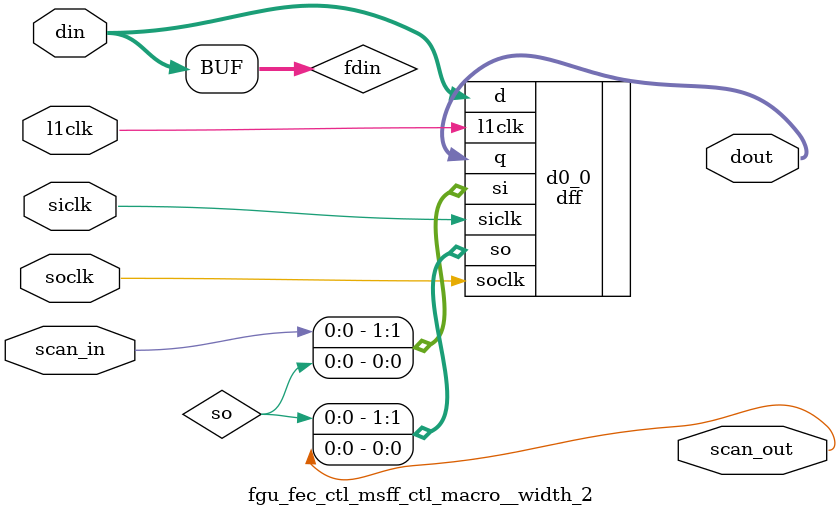
<source format=v>
module fgu_fec_ctl (
  l2clk, 
  scan_in, 
  tcu_pce_ov, 
  spc_aclk, 
  spc_bclk, 
  tcu_scan_en, 
  tcu_se_scancollar_out, 
  mbi_frf_read_en, 
  mbi_wdata, 
  mbi_run, 
  fad_mbist_cmp64_fx1, 
  lsu_asi_error_inject, 
  scan_out, 
  fad_nombi_w2_result_fw, 
  fec_w1_ecc_inject_fb, 
  fec_w2_synd_fw, 
  fec_r1_ecc_fx1, 
  fec_mbist_wdata_1f, 
  fec_mbist_wdata_3f, 
  main_clken, 
  coreon_clken, 
  fac_frf_r1_addr_e, 
  fac_dec_valid_fx1, 
  fac_fgx_pdist_fx1, 
  fac_ecc_trap_en_fx1, 
  fac_r1_vld_fx1, 
  fac_r2_vld_fx1, 
  fad_r1_byp_hit_fx1, 
  fad_r2_byp_hit_fx1, 
  fpc_frf_store_vld_fx1, 
  dec_frf_r2_addr_d, 
  dec_frf_r1_32b_d, 
  dec_frf_r2_32b_d, 
  dec_frf_r1_odd32b_d, 
  dec_frf_r2_odd32b_d, 
  dec_flush_f1, 
  dec_flush_f2, 
  tlu_flush_fgu_b, 
  fad_rs1_fx1, 
  fad_rs2_fx1, 
  fad_i_parity_2e_fx1, 
  fad_i_parity_2o_fx1, 
  fad_i_parity_1e_fx1, 
  fad_i_parity_1o_fx1, 
  frf_r1_ecc_e, 
  frf_r2_ecc_e, 
  fgu_pdist_beat2_fx1, 
  fgu_ecc_addr_fx2, 
  fgu_ecc_check_fx2, 
  fgu_cecc_fx2, 
  fec_cecc_fx2, 
  fgu_uecc_fx2, 
  fec_uecc_fx2, 
  fgu_fst_ecc_error_fx2, 
  fgu_mbi_frf_fail);
wire pce_ov;
wire stop;
wire siclk;
wire soclk;
wire se;
wire l1clk_pm2;
wire l1clk_pm1;
wire l1clk_sc;
wire spares_scanin;
wire spares_scanout;
wire rs1e_ecc_valid_fx1;
wire rs1o_ecc_valid_fx1;
wire rs2e_ecc_valid_fx1;
wire rs2o_ecc_valid_fx1;
wire frf_rs1_check_flops_e_fx1_scanin;
wire frf_rs1_check_flops_e_fx1_scanout;
wire [13:0] r1_ecc_check_fx1;
wire [13:0] r2_ecc_check_fx1;
wire [13:0] r1_ecc_check_fx2;
wire [13:0] r2_ecc_check_fx2;
wire frf_rs1_ecc_flops_e_fx1_scanin;
wire frf_rs1_ecc_flops_e_fx1_scanout;
wire pre_frf_fail;
wire mbist_frf_read_en_3f;
wire frf_rs2_ecc_flops_e_fx1_scanin;
wire frf_rs2_ecc_flops_e_fx1_scanout;
wire [13:0] r2_ecc_fx1;
wire [31:0] d1e;
wire [6:0] p1e;
wire [31:0] d1o;
wire [6:0] p1o;
wire [31:0] d2e;
wire [6:0] p2e;
wire [31:0] d2o;
wire [6:0] p2o;
wire rs1_ue_or_ce_fx1;
wire rs1e_ne;
wire rs1o_ne;
wire detect_ue_fx1;
wire rs1e_ue;
wire rs1o_ue;
wire rs2e_ue;
wire rs2o_ue;
wire detect_ce_fx1;
wire rs1e_ce;
wire rs1o_ce;
wire rs2e_ce;
wire rs2o_ce;
wire fst_ecc_error_fx1;
wire addr_flops_scanin;
wire addr_flops_scanout;
wire [4:0] r2_addr_e;
wire r1_32b_e;
wire r2_32b_e;
wire r1_odd32b_e;
wire r2_odd32b_e;
wire detect_ce_fx2;
wire detect_ue_fx2;
wire mbist_frf_read_en_1f;
wire mbist_frf_read_en_2f;
wire [7:0] mbist_wdata_2f;
wire [5:0] r1_expanded_addr_fx1;
wire [5:0] r2_expanded_addr_fx1;
wire [4:0] r1_addr_fx1;
wire [4:0] r2_addr_fx1;
wire r1_32b_fx1;
wire r2_32b_fx1;
wire r1_odd32b_fx1;
wire r2_odd32b_fx1;
wire fgx_pdist_fx2;
wire dec_valid_fx2;
wire dec_flush_fx2;
wire dec_flush_fx3;
wire frf_store_vld_fx2;
wire ecc_mask_global_en;
wire ecc_mask_frf_en;
wire [6:0] ecc_mask_data;
wire ecc_trap_en_fx2;
wire detect_ce_fx3;
wire detect_ue_fx3;
wire tlu_flush_fgu_fx3;
wire i_pdist_beat2_fx2;
wire mbist_run_1f;
wire rs1_ue_or_ce_fx2;
wire [5:0] r1_expanded_addr_fx2;
wire [5:0] r2_expanded_addr_fx2;
wire addr_flops2_scanin;
wire addr_flops2_scanout;
wire parity_1e;
wire [5:0] q1e;
wire parity_1o;
wire [5:0] q1o;
wire parity_2e;
wire [5:0] q2e;
wire parity_2o;
wire [5:0] q2o;
wire ce_ue_fec_flops_fx1_fx2_scanin;
wire ce_ue_fec_flops_fx1_fx2_scanout;
wire pdist_beat2_fx2;
wire frf_rd_vld_fx2;
wire [31:0] w2e;
wire [6:0] s2e;
wire [31:0] w2o;
wire [6:0] s2o;


// *** Global Inputs ***

input		l2clk;
input  		scan_in;
input  		tcu_pce_ov;		// scan signals
input  		spc_aclk;
input  		spc_bclk;
input           tcu_scan_en;
input           tcu_se_scancollar_out;
input           mbi_frf_read_en;        // MBIST
input    [7:0]  mbi_wdata;              // MBIST
input           mbi_run;                // MBIST
input           fad_mbist_cmp64_fx1;    // MBIST
input   [31:0]  lsu_asi_error_inject;   // [31]=global inject en, [24]=FRF inject en, [7:0]=mask

output 		scan_out;

// *** Generate ECC Local Inputs *** 

input 	[63:0]	fad_nombi_w2_result_fw;	// FRF w2 write data w/out mbist data muxed in

// *** Generate ECC Local Outputs *** 

output   [6:0]  fec_w1_ecc_inject_fb;   // ECC error injection
output	[13:0]	fec_w2_synd_fw;		// Generated ECC to FRF W2 port
output  [13:0]  fec_r1_ecc_fx1;         // ASI FRF ECC read data

output   [7:0]  fec_mbist_wdata_1f;     // MBIST
output   [7:0]  fec_mbist_wdata_3f;     // MBIST

// *** Check ECC Inputs *** 

input           main_clken;             // main clken
input           coreon_clken;           // controls all "free running" flops
input    [4:0]  fac_frf_r1_addr_e;
input           fac_dec_valid_fx1;
input           fac_fgx_pdist_fx1;      // PDIST
input           fac_ecc_trap_en_fx1;
input   [1:0] 	fac_r1_vld_fx1;         // FRF r1 read valid (unqualified)
input   [1:0] 	fac_r2_vld_fx1;         // FRF r2 read valid (unqualified)
input         	fad_r1_byp_hit_fx1;     // r1 is bypass data
input         	fad_r2_byp_hit_fx1;     // r2 is bypass data
input           fpc_frf_store_vld_fx1;

input   [4:0]   dec_frf_r2_addr_d;
input           dec_frf_r1_32b_d;       // FRF r1 is 32-bit source
input           dec_frf_r2_32b_d;       // FRF r2 is 32-bit source
input           dec_frf_r1_odd32b_d;    // FRF r1 is odd 32-bit source (32 LSBs)
input           dec_frf_r2_odd32b_d;    // FRF r2 is odd 32-bit source (32 LSBs) (incl. STF,STDF)
input           dec_flush_f1;           // flush fx2 (xmit in fx1/m)
input           dec_flush_f2;           // flush fx3 (xmit in fx2/b)
input           tlu_flush_fgu_b;        // flush fx3, non-load (xmit in fx2/b)

input  [63:0]	fad_rs1_fx1;		// Source register data bit
input  [63:0]	fad_rs2_fx1;		// - available at output of flop
input           fad_i_parity_2e_fx1;    // partial ECC check (parity portion), rs2 even
input           fad_i_parity_2o_fx1;    // partial ECC check (parity portion), rs2 odd
input           fad_i_parity_1e_fx1;    // partial ECC check (parity portion), rs1 even
input           fad_i_parity_1o_fx1;    // partial ECC check (parity portion), rs1 odd

input  [13:0]	frf_r1_ecc_e;		// Source register ECC bit 
input  [13:0]	frf_r2_ecc_e;		// - NOTE: E stage signal
					// - need to be flopped to Fx1
// *** Global Outputs ***

output          fgu_pdist_beat2_fx1;
output  [5:0]	fgu_ecc_addr_fx2;      	// FRF cecc/uecc address (6-bit reg number format)
output [13:0]   fgu_ecc_check_fx2;      // FRF ECC check bits {even[6:0],odd[6:0]}
output 		fgu_cecc_fx2;		// Flag: detected correctable ECC error
output 		fec_cecc_fx2;		// Flag: detected correctable ECC error
output 		fgu_uecc_fx2;		// Flag: detected uncorrectable ECC error
output 		fec_uecc_fx2;		// Flag: detected uncorrectable ECC error
output          fgu_fst_ecc_error_fx2;  // store float FRF ECC correctable/uncorrectable error

output          fgu_mbi_frf_fail;       // MBIST

// scan renames
assign pce_ov = tcu_pce_ov;
assign stop   = 1'b0;
assign siclk  = spc_aclk;
assign soclk  = spc_bclk;
assign se     = tcu_scan_en;
// end scan


fgu_fec_ctl_l1clkhdr_ctl_macro clkgen_coreon (
  .l2clk(l2clk),
  .l1en (coreon_clken),
  .l1clk(l1clk_pm2),
  .pce_ov(pce_ov),
  .stop(stop),
  .se(se)
  );

fgu_fec_ctl_l1clkhdr_ctl_macro clkgen_main (
  .l2clk(l2clk),
  .l1en (main_clken),
  .l1clk(l1clk_pm1),
  .pce_ov(pce_ov),
  .stop(stop),
  .se(se)
  );

fgu_fec_ctl_l1clkhdr_ctl_macro clkgen_main_sco (
  .l2clk(l2clk),
  .l1en (main_clken),
  .se	(tcu_se_scancollar_out),
  .l1clk(l1clk_sc),
  .pce_ov(pce_ov),
  .stop(stop)
  );

fgu_fec_ctl_spare_ctl_macro__num_2 spares  (  // spares: 13 gates + 1 flop for each "num"
  .scan_in(spares_scanin),
  .scan_out(spares_scanout),
  .l1clk(l1clk_pm2),
  .siclk(siclk),
  .soclk(soclk)
  );


/////////////////////////////////////////////////////////////////////////////
// ECC Error Dectection Logic
//-----------------------------
// - Regenerate ECC [5:0] and compare against retrived ECC
// - Check ECC [6] with parity
// - Outputs the result of the detection:
//   - ne: no error - either no valid data to check, 
//                    or ECC [6:0] all matched 
//   - ce: correctable error
//                  - parity is 1, so an odd number of bits flipped,
//                    and ECC data is valid and regenerated ECC did not match
//   - ue: uncorrectable error
//                  - parity is 0, so an even number of bits flipped,
//                    and ECC data is valid and regenerated ECC did not match
//                  - implies more than one bit was corrupted
//
//       1   2   3   4   5   6   7   8   9  10  11  12  13  14  15  16  17  18  19
//      P0  P1  d0  P2  d1  d2  d3  P3  d4  d5  d6  d7  d8  d9 d10  P4 d11 d12 d13 
// p0 =  o   	 x       x       x       x       x       x       x       x       x
// p1 =      o   x           x   x           x   x           x   x           x   x
// p2 =     	     o   x   x   x      	     x   x   x   x     	          
// p3 =     	          	     o   x   x   x   x   x   x   x      	  
// p4 =     	          	          			     o   x   x   x
// p5 =     	          	          			         	  
// p6 =          x       x   x           x   x       x           x       x   x    
// --------------------------------------------------------------------------------
// Total 1   1   3   1   3   3   3   1   3   3   3   3   3   3   5   1   3   3   3
//   
//      20  21  22  23  24  25  26  27  28  29  30  31  32  33  34  35  36  37  38
//     d14 d15 d16 d17 d18 d19 d20 d21 d22 d23 d24 d25  P5 d26 d27 d28 d29 d30 d31 
// p0=       x       x       x       x       x       x       x       x       x    
// p1=           x   x           x   x           x   x           x   x           x
// p2=   x   x   x   x                   x   x   x   x                   x   x   x
// p3=                   x   x   x   x   x   x   x   x
// p4=   x   x   x   x   x   x   x   x   x   x   x   x
// p5=                                                   o   x   x   x   x   x   x
// p6=   x           x   x           x       x   x           x   x       x   
// --------------------------------------------------------------------------------
// Total 3   3   3   5   3   3   3   5   3   5   5   5   1   3   3   3   3   3   3
//
/////////////////////////////////////////////////////////////////////////////

// Calculating valid ECCs to check
// - (reading out of frf rs1 even word) & (rs1 is not bypass data)
// - (reading out of frf rs1 odd  word) & (rs1 is not bypass data)
// - (reading out of frf rs2 even word) & (rs2 is not bypass data)
// - (reading out of frf rs2 odd  word) & (rs2 is not bypass data)
// ---------------------------------------------------
assign rs1e_ecc_valid_fx1 = fac_r1_vld_fx1[1] & ~fad_r1_byp_hit_fx1;
assign rs1o_ecc_valid_fx1 = fac_r1_vld_fx1[0] & ~fad_r1_byp_hit_fx1;
assign rs2e_ecc_valid_fx1 = fac_r2_vld_fx1[1] & ~fad_r2_byp_hit_fx1;
assign rs2o_ecc_valid_fx1 = fac_r2_vld_fx1[0] & ~fad_r2_byp_hit_fx1;

fgu_fec_ctl_msff_ctl_macro__width_28  frf_rs1_check_flops_e_fx1  (
 .scan_in(frf_rs1_check_flops_e_fx1_scanin),
 .scan_out(frf_rs1_check_flops_e_fx1_scanout),
 .l1clk(l1clk_pm1),
 .din  ({r1_ecc_check_fx1[13:0], r2_ecc_check_fx1[13:0]}),
 .dout ({r1_ecc_check_fx2[13:0], r2_ecc_check_fx2[13:0]}),
  .siclk(siclk),
  .soclk(soclk));


fgu_fec_ctl_msff_ctl_macro__width_14  frf_rs1_ecc_flops_e_fx1  (
 .scan_in(frf_rs1_ecc_flops_e_fx1_scanin),
 .scan_out(frf_rs1_ecc_flops_e_fx1_scanout),
 .l1clk(l1clk_sc),
 .din  (frf_r1_ecc_e  [13:0]),
 .dout (fec_r1_ecc_fx1[13:0]),
  .siclk(siclk),
  .soclk(soclk));

assign pre_frf_fail =
  mbist_frf_read_en_3f &
  (~fad_mbist_cmp64_fx1 |
   ({fec_mbist_wdata_3f[6:0], fec_mbist_wdata_3f[6:0]} != fec_r1_ecc_fx1[13:0]));

fgu_fec_ctl_msff_ctl_macro__width_14  frf_rs2_ecc_flops_e_fx1  (
 .scan_in(frf_rs2_ecc_flops_e_fx1_scanin),
 .scan_out(frf_rs2_ecc_flops_e_fx1_scanout),
 .l1clk(l1clk_sc),
 .din  (frf_r2_ecc_e  [13:0] ),
 .dout (    r2_ecc_fx1[13:0] ),
  .siclk(siclk),
  .soclk(soclk));


// Rename nets for shorter expressions
// -----------------------------------------
assign d1e[31:0] = fad_rs1_fx1[63:32];
assign p1e[ 6:0] = fec_r1_ecc_fx1[13:7];

assign d1o[31:0] = fad_rs1_fx1[31:0];
assign p1o[ 6:0] = fec_r1_ecc_fx1[ 6:0];

assign d2e[31:0] = fad_rs2_fx1[63:32];
assign p2e[ 6:0] = r2_ecc_fx1[13:7];

assign d2o[31:0] = fad_rs2_fx1[31:0];
assign p2o[ 6:0] = r2_ecc_fx1[ 6:0];


// Overall error detected flags
// -----------------------------------------

// Priority: (1) rs1_ue (2) rs1_ce (3) rs2_ue (4) rs2_ce (5) rs3_ue (6) rs3_ce

assign rs1_ue_or_ce_fx1 = ~(rs1e_ne & rs1o_ne);

assign detect_ue_fx1 =
  (                    (rs1e_ue | rs1o_ue)) |
  (~rs1_ue_or_ce_fx1 & (rs2e_ue | rs2o_ue)) ;

assign detect_ce_fx1 =
  (                    (rs1e_ce | rs1o_ce) & ~detect_ue_fx1) |
  (~rs1_ue_or_ce_fx1 & (rs2e_ce | rs2o_ce) & ~detect_ue_fx1) ;

// Note: lsu doesn't care about qual w/ flush, store data is rs2 only, lsu doesn't care whether error is cecc or uecc
assign fst_ecc_error_fx1 =
  fac_ecc_trap_en_fx1   &
  fpc_frf_store_vld_fx1 &
  (rs2e_ue | rs2o_ue | rs2e_ce | rs2o_ce);

fgu_fec_ctl_msff_ctl_macro__width_76  addr_flops  (
 .scan_in(addr_flops_scanin),
 .scan_out(addr_flops_scanout),
 .l1clk(l1clk_pm1),
 .din  ({fac_frf_r1_addr_e[4:0],
                 r2_addr_e[4:0],
                 r1_32b_e,
                 r2_32b_e,
                 r1_odd32b_e,
                 r2_odd32b_e,
         fac_fgx_pdist_fx1,
         fac_dec_valid_fx1,
         dec_flush_f1,
	 dec_flush_f2,
         fpc_frf_store_vld_fx1,
         lsu_asi_error_inject[31],
         lsu_asi_error_inject[24],
         lsu_asi_error_inject[6:0],
         fac_ecc_trap_en_fx1,
         detect_ce_fx2,
         detect_ue_fx2,
         tlu_flush_fgu_b,
         fgu_pdist_beat2_fx1,
         mbi_frf_read_en,
         mbi_wdata[7:0],
         mbi_run,
         mbist_frf_read_en_1f,
         mbist_frf_read_en_2f,
         fec_mbist_wdata_1f[7:0],
             mbist_wdata_2f[7:0],
         pre_frf_fail,
             fst_ecc_error_fx1,
         rs1_ue_or_ce_fx1,
         r1_expanded_addr_fx1[5:0],
         r2_expanded_addr_fx1[5:0]}),
 .dout ({        r1_addr_fx1[4:0],
                 r2_addr_fx1[4:0],
                 r1_32b_fx1,
                 r2_32b_fx1,
                 r1_odd32b_fx1,
                 r2_odd32b_fx1,
             fgx_pdist_fx2,
         dec_valid_fx2,
         dec_flush_fx2,
	 dec_flush_fx3,
             frf_store_vld_fx2,
             ecc_mask_global_en,
             ecc_mask_frf_en,
             ecc_mask_data[6:0],
             ecc_trap_en_fx2,
         detect_ce_fx3,
         detect_ue_fx3,
         tlu_flush_fgu_fx3,
         i_pdist_beat2_fx2,
         mbist_frf_read_en_1f,
         fec_mbist_wdata_1f[7:0],
         mbist_run_1f,
         mbist_frf_read_en_2f,
         mbist_frf_read_en_3f,
             mbist_wdata_2f[7:0],
         fec_mbist_wdata_3f[7:0],
         fgu_mbi_frf_fail,
         fgu_fst_ecc_error_fx2,
         rs1_ue_or_ce_fx2,
         r1_expanded_addr_fx2[5:0],
         r2_expanded_addr_fx2[5:0]}),
  .siclk(siclk),
  .soclk(soclk));

fgu_fec_ctl_msff_ctl_macro__width_9  addr_flops2  (
 .scan_in(addr_flops2_scanin),
 .scan_out(addr_flops2_scanout),
 .l1clk(l1clk_pm2),
 .din  ({dec_frf_r2_addr_d[4:0],  // requires free running clk or dec_fgu_decode_d en
         dec_frf_r1_32b_d,        // requires free running clk or dec_fgu_decode_d en
         dec_frf_r2_32b_d,        // requires free running clk or dec_fgu_decode_d en
         dec_frf_r1_odd32b_d,     // requires free running clk or dec_fgu_decode_d en
         dec_frf_r2_odd32b_d}),   // requires free running clk or dec_fgu_decode_d en
 .dout ({        r2_addr_e[4:0],
                 r1_32b_e,
                 r2_32b_e,
                 r1_odd32b_e,
                 r2_odd32b_e}),
  .siclk(siclk),
  .soclk(soclk));

assign r1_expanded_addr_fx1[5:0] =  // expand addr to 6-bit reg number
  ({6{ r1_32b_fx1}} & {1'b0, r1_addr_fx1[3:0], r1_odd32b_fx1}) |
  ({6{~r1_32b_fx1}} & {      r1_addr_fx1[4:0], 1'b0         }) ;

assign r2_expanded_addr_fx1[5:0] =  // expand addr to 6-bit reg number
  ({6{ r2_32b_fx1}} & {1'b0, r2_addr_fx1[3:0], r2_odd32b_fx1}) |
  ({6{~r2_32b_fx1}} & {      r2_addr_fx1[4:0], 1'b0         }) ;

assign r1_ecc_check_fx1[13:0] = {parity_1e, q1e[5:0], parity_1o, q1o[5:0]};
assign r2_ecc_check_fx1[13:0] = {parity_2e, q2e[5:0], parity_2o, q2o[5:0]};

assign fgu_pdist_beat2_fx1 =
  dec_valid_fx2 &
  fgx_pdist_fx2 &
  ~dec_flush_fx2;

fgu_fec_ctl_msff_ctl_macro__width_2  ce_ue_fec_flops_fx1_fx2  (
 .scan_in(ce_ue_fec_flops_fx1_fx2_scanin),
 .scan_out(ce_ue_fec_flops_fx1_fx2_scanout),
 .l1clk(l1clk_pm1),
 .din  ({detect_ce_fx1, detect_ue_fx1}),
 .dout ({detect_ce_fx2, detect_ue_fx2}),
  .siclk(siclk),
  .soclk(soclk));

assign pdist_beat2_fx2 = i_pdist_beat2_fx2 & ~tlu_flush_fgu_fx3 & ~dec_flush_fx3;

assign frf_rd_vld_fx2 = (dec_valid_fx2 | frf_store_vld_fx2) & ~dec_flush_fx2;  // this eq. prevents FRF_ECC ASI diagnositc read from asserting fgu_{u,c}ecc_fx2

// For single source (or no source) fgu ops that read frf
// ensure that unneeded frf read port isn't enabled by DEC
// Note:
// dec_frf_store_d, dec_fsr_store_d   have rs2 only
// 0in custom -fire (fpc_frf_store_vld_fx1 & (|fac_r1_vld_fx1[1:0])) -message "Invalid FRF rs1 read enable during store"

assign fgu_cecc_fx2 =
  ecc_trap_en_fx2 &
  ((~pdist_beat2_fx2 & detect_ce_fx2 &  frf_rd_vld_fx2                 ) |
   ( pdist_beat2_fx2 & detect_ce_fx2 & ~(detect_ce_fx3 | detect_ue_fx3))  );  // pdist 2nd beat

assign fec_cecc_fx2 = fgu_cecc_fx2;  // for timing, isolate internal fgu sinks from external sinks

assign fgu_uecc_fx2 =
  ecc_trap_en_fx2 &
  ((~pdist_beat2_fx2 & detect_ue_fx2 &  frf_rd_vld_fx2                 ) |
   ( pdist_beat2_fx2 & detect_ue_fx2 & ~(detect_ce_fx3 | detect_ue_fx3))  );  // pdist 2nd beat

assign fec_uecc_fx2 = fgu_uecc_fx2;  // for timing, isolate internal fgu sinks from external sinks

assign fgu_ecc_addr_fx2[5:0] =
  ({6{ rs1_ue_or_ce_fx2}} & r1_expanded_addr_fx2[5:0]) |
  ({6{~rs1_ue_or_ce_fx2}} & r2_expanded_addr_fx2[5:0]) ;

assign fgu_ecc_check_fx2[13:0] =
  ({14{ rs1_ue_or_ce_fx2}} & r1_ecc_check_fx2[13:0]) |
  ({14{~rs1_ue_or_ce_fx2}} & r2_ecc_check_fx2[13:0]) ;

// 0in one_hot -var {rs1e_ne,rs1e_ce,rs1e_ue}
// 0in one_hot -var {rs1o_ne,rs1o_ce,rs1o_ue}
// 0in bits_on -max 1 -var {rs2e_ce,rs2e_ue}
// 0in bits_on -max 1 -var {rs2o_ce,rs2o_ue}

// Detection for RS1 even part [63:32]
// -----------------------------------

assign rs1e_ne = ~rs1e_ecc_valid_fx1 |
                     ~(parity_1e | q1e[5] | q1e[4] | q1e[3] | q1e[2] | q1e[1] | q1e[0]);

assign rs1e_ce = rs1e_ecc_valid_fx1 & parity_1e;

assign rs1e_ue = rs1e_ecc_valid_fx1 & ~parity_1e & 
	   	      (q1e[5] | q1e[4] | q1e[3] | q1e[2] | q1e[1] | q1e[0]);

assign q1e[0] = d1e[0]  ^ d1e[1]  ^ d1e[3]  ^ d1e[4]  ^ d1e[6]  
                        ^ d1e[8]  ^ d1e[10] ^ d1e[11] ^ d1e[13] ^ d1e[15]
                        ^ d1e[17] ^ d1e[19] ^ d1e[21] ^ d1e[23] ^ d1e[25] 
                        ^ d1e[26] ^ d1e[28] ^ d1e[30] ^ p1e[0];

assign q1e[1] = d1e[0]  ^ d1e[2]  ^ d1e[3]  ^ d1e[5]  ^ d1e[6] 
                        ^ d1e[9]  ^ d1e[10] ^ d1e[12] ^ d1e[13] ^ d1e[16]
                        ^ d1e[17] ^ d1e[20] ^ d1e[21] ^ d1e[24] ^ d1e[25]
                        ^ d1e[27] ^ d1e[28] ^ d1e[31] ^ p1e[1];

assign q1e[2] = d1e[1]  ^ d1e[2]  ^ d1e[3]  ^ d1e[7]  ^ d1e[8] 
                        ^ d1e[9]  ^ d1e[10] ^ d1e[14] ^ d1e[15] ^ d1e[16]
                        ^ d1e[17] ^ d1e[22] ^ d1e[23] ^ d1e[24] ^ d1e[25]
                        ^ d1e[29] ^ d1e[30] ^ d1e[31] ^ p1e[2];

assign q1e[3] = d1e[4]  ^ d1e[5]  ^ d1e[6]  ^ d1e[7]  ^ d1e[8]  
                        ^ d1e[9]  ^ d1e[10] ^ d1e[18] ^ d1e[19] ^ d1e[20]
                        ^ d1e[21] ^ d1e[22] ^ d1e[23] ^ d1e[24] ^ d1e[25]
                        ^ p1e[3];

assign q1e[4] = d1e[11] ^ d1e[12] ^ d1e[13] ^ d1e[14] ^ d1e[15] 
                        ^ d1e[16] ^ d1e[17] ^ d1e[18] ^ d1e[19] ^ d1e[20]
                        ^ d1e[21] ^ d1e[22] ^ d1e[23] ^ d1e[24] ^ d1e[25]
                        ^ p1e[4];

assign q1e[5] = d1e[26] ^ d1e[27] ^ d1e[28] ^ d1e[29] ^ d1e[30] ^ d1e[31]
                        ^ p1e[5];

assign parity_1e = fad_i_parity_1e_fx1 ^ p1e[0] ^ p1e[1] ^ p1e[2] ^ p1e[3] ^ p1e[4] ^ p1e[5] ^ p1e[6];


// Detection for RS1 odd part [31:00]
// -----------------------------------

assign rs1o_ne = ~rs1o_ecc_valid_fx1 |
                     ~(parity_1o | q1o[5] | q1o[4] | q1o[3] | q1o[2] | q1o[1] | q1o[0]);

assign rs1o_ce = rs1o_ecc_valid_fx1 & parity_1o;

assign rs1o_ue = rs1o_ecc_valid_fx1 & ~parity_1o & 
		      (q1o[5] | q1o[4] | q1o[3] | q1o[2] | q1o[1] | q1o[0]);

assign q1o[0] = d1o[0]  ^ d1o[1]  ^ d1o[3]  ^ d1o[4]  ^ d1o[6]  
                        ^ d1o[8]  ^ d1o[10] ^ d1o[11] ^ d1o[13] ^ d1o[15]
                        ^ d1o[17] ^ d1o[19] ^ d1o[21] ^ d1o[23] ^ d1o[25] 
                        ^ d1o[26] ^ d1o[28] ^ d1o[30] ^ p1o[0];

assign q1o[1] = d1o[0]  ^ d1o[2]  ^ d1o[3]  ^ d1o[5]  ^ d1o[6] 
                        ^ d1o[9]  ^ d1o[10] ^ d1o[12] ^ d1o[13] ^ d1o[16]
                        ^ d1o[17] ^ d1o[20] ^ d1o[21] ^ d1o[24] ^ d1o[25]
                        ^ d1o[27] ^ d1o[28] ^ d1o[31] ^ p1o[1];

assign q1o[2] = d1o[1]  ^ d1o[2]  ^ d1o[3]  ^ d1o[7]  ^ d1o[8] 
                        ^ d1o[9]  ^ d1o[10] ^ d1o[14] ^ d1o[15] ^ d1o[16]
                        ^ d1o[17] ^ d1o[22] ^ d1o[23] ^ d1o[24] ^ d1o[25]
                        ^ d1o[29] ^ d1o[30] ^ d1o[31] ^ p1o[2];

assign q1o[3] = d1o[4]  ^ d1o[5]  ^ d1o[6]  ^ d1o[7]  ^ d1o[8]  
                        ^ d1o[9]  ^ d1o[10] ^ d1o[18] ^ d1o[19] ^ d1o[20]
                        ^ d1o[21] ^ d1o[22] ^ d1o[23] ^ d1o[24] ^ d1o[25]
                        ^ p1o[3];

assign q1o[4] = d1o[11] ^ d1o[12] ^ d1o[13] ^ d1o[14] ^ d1o[15] 
                        ^ d1o[16] ^ d1o[17] ^ d1o[18] ^ d1o[19] ^ d1o[20]
                        ^ d1o[21] ^ d1o[22] ^ d1o[23] ^ d1o[24] ^ d1o[25]
                        ^ p1o[4];

assign q1o[5] = d1o[26] ^ d1o[27] ^ d1o[28] ^ d1o[29] ^ d1o[30] ^ d1o[31]
                        ^ p1o[5];

assign parity_1o = fad_i_parity_1o_fx1 ^ p1o[0] ^ p1o[1] ^ p1o[2] ^ p1o[3] ^ p1o[4] ^ p1o[5] ^ p1o[6];


// Detection for RS2 even part [63:32]
// -----------------------------------

assign rs2e_ce = rs2e_ecc_valid_fx1 & parity_2e;

assign rs2e_ue = rs2e_ecc_valid_fx1 & ~parity_2e & 
	   	      (q2e[5] | q2e[4] | q2e[3] | q2e[2] | q2e[1] | q2e[0]);

assign q2e[0] = d2e[0]  ^ d2e[1]  ^ d2e[3]  ^ d2e[4]  ^ d2e[6]  
                        ^ d2e[8]  ^ d2e[10] ^ d2e[11] ^ d2e[13] ^ d2e[15]
                        ^ d2e[17] ^ d2e[19] ^ d2e[21] ^ d2e[23] ^ d2e[25] 
                        ^ d2e[26] ^ d2e[28] ^ d2e[30] ^ p2e[0];

assign q2e[1] = d2e[0]  ^ d2e[2]  ^ d2e[3]  ^ d2e[5]  ^ d2e[6] 
                        ^ d2e[9]  ^ d2e[10] ^ d2e[12] ^ d2e[13] ^ d2e[16]
                        ^ d2e[17] ^ d2e[20] ^ d2e[21] ^ d2e[24] ^ d2e[25]
                        ^ d2e[27] ^ d2e[28] ^ d2e[31] ^ p2e[1];

assign q2e[2] = d2e[1]  ^ d2e[2]  ^ d2e[3]  ^ d2e[7]  ^ d2e[8] 
                        ^ d2e[9]  ^ d2e[10] ^ d2e[14] ^ d2e[15] ^ d2e[16]
                        ^ d2e[17] ^ d2e[22] ^ d2e[23] ^ d2e[24] ^ d2e[25]
                        ^ d2e[29] ^ d2e[30] ^ d2e[31] ^ p2e[2];

assign q2e[3] = d2e[4]  ^ d2e[5]  ^ d2e[6]  ^ d2e[7]  ^ d2e[8]  
                        ^ d2e[9]  ^ d2e[10] ^ d2e[18] ^ d2e[19] ^ d2e[20]
                        ^ d2e[21] ^ d2e[22] ^ d2e[23] ^ d2e[24] ^ d2e[25]
                        ^ p2e[3];

assign q2e[4] = d2e[11] ^ d2e[12] ^ d2e[13] ^ d2e[14] ^ d2e[15] 
                        ^ d2e[16] ^ d2e[17] ^ d2e[18] ^ d2e[19] ^ d2e[20]
                        ^ d2e[21] ^ d2e[22] ^ d2e[23] ^ d2e[24] ^ d2e[25]
                        ^ p2e[4];

assign q2e[5] = d2e[26] ^ d2e[27] ^ d2e[28] ^ d2e[29] ^ d2e[30] ^ d2e[31]
                        ^ p2e[5];

assign parity_2e = fad_i_parity_2e_fx1 ^ p2e[0] ^ p2e[1] ^ p2e[2] ^ p2e[3] ^ p2e[4] ^ p2e[5] ^ p2e[6];


// Detection for RS2 odd part [31:00]
// -----------------------------------

assign rs2o_ce = rs2o_ecc_valid_fx1 & parity_2o;

assign rs2o_ue = rs2o_ecc_valid_fx1 & ~parity_2o & 
		      (q2o[5] | q2o[4] | q2o[3] | q2o[2] | q2o[1] | q2o[0]);

assign q2o[0] = d2o[0]  ^ d2o[1]  ^ d2o[3]  ^ d2o[4]  ^ d2o[6]  
                        ^ d2o[8]  ^ d2o[10] ^ d2o[11] ^ d2o[13] ^ d2o[15]
                        ^ d2o[17] ^ d2o[19] ^ d2o[21] ^ d2o[23] ^ d2o[25] 
                        ^ d2o[26] ^ d2o[28] ^ d2o[30] ^ p2o[0];

assign q2o[1] = d2o[0]  ^ d2o[2]  ^ d2o[3]  ^ d2o[5]  ^ d2o[6] 
                        ^ d2o[9]  ^ d2o[10] ^ d2o[12] ^ d2o[13] ^ d2o[16]
                        ^ d2o[17] ^ d2o[20] ^ d2o[21] ^ d2o[24] ^ d2o[25]
                        ^ d2o[27] ^ d2o[28] ^ d2o[31] ^ p2o[1];

assign q2o[2] = d2o[1]  ^ d2o[2]  ^ d2o[3]  ^ d2o[7]  ^ d2o[8] 
                        ^ d2o[9]  ^ d2o[10] ^ d2o[14] ^ d2o[15] ^ d2o[16]
                        ^ d2o[17] ^ d2o[22] ^ d2o[23] ^ d2o[24] ^ d2o[25]
                        ^ d2o[29] ^ d2o[30] ^ d2o[31] ^ p2o[2];

assign q2o[3] = d2o[4]  ^ d2o[5]  ^ d2o[6]  ^ d2o[7]  ^ d2o[8]  
                        ^ d2o[9]  ^ d2o[10] ^ d2o[18] ^ d2o[19] ^ d2o[20]
                        ^ d2o[21] ^ d2o[22] ^ d2o[23] ^ d2o[24] ^ d2o[25]
                        ^ p2o[3];

assign q2o[4] = d2o[11] ^ d2o[12] ^ d2o[13] ^ d2o[14] ^ d2o[15] 
                        ^ d2o[16] ^ d2o[17] ^ d2o[18] ^ d2o[19] ^ d2o[20]
                        ^ d2o[21] ^ d2o[22] ^ d2o[23] ^ d2o[24] ^ d2o[25]
                        ^ p2o[4];

assign q2o[5] = d2o[26] ^ d2o[27] ^ d2o[28] ^ d2o[29] ^ d2o[30] ^ d2o[31]
                        ^ p2o[5];

assign parity_2o = fad_i_parity_2o_fx1 ^ p2o[0] ^ p2o[1] ^ p2o[2] ^ p2o[3] ^ p2o[4] ^ p2o[5] ^ p2o[6];


/////////////////////////////////////////////////////////////////////////////
//***************************************************************************
//***** ECC Generation ******************************************************
//***************************************************************************
/////////////////////////////////////////////////////////////////////////////
// W2 ECC Generation
//-----------------------------------
// - Encode the two 32-bit write data into two 7-bit Error Correction Code 
// - Trying to do encoding in one phase:
//   - FRF write happens in phase 2 of write stage
//   - If ECC takes longer than phase 1 of write stage, it could spill 
//     over to phase 2 of the stage before write.
// - W1 ECC generation is performed in FAD
//
/////////////////////////////////////////////////////////////////////////////

assign fec_w1_ecc_inject_fb[6:0] = ({7{ecc_mask_global_en & ecc_mask_frf_en}} & ecc_mask_data[6:0]);

// W2 port even word [63:32] ECC Generation
// ========================================
assign w2e[31:0] = fad_nombi_w2_result_fw[63:32];
assign fec_w2_synd_fw[13:7] =
  (s2e[6:0] & {7{~mbist_run_1f}}) ^
  (({7{ecc_mask_global_en & ecc_mask_frf_en & ~mbist_run_1f}} & ecc_mask_data[6:0]     ) |
   ({7{                                        mbist_run_1f}} & fec_mbist_wdata_1f[6:0])  );

assign s2e[0] = w2e[0]  ^ w2e[1]  ^ w2e[3]  ^ w2e[4]  ^ w2e[6]  
			  ^ w2e[8]  ^ w2e[10] ^ w2e[11] ^ w2e[13] ^ w2e[15]
			  ^ w2e[17] ^ w2e[19] ^ w2e[21] ^ w2e[23] ^ w2e[25] 
			  ^ w2e[26] ^ w2e[28] ^ w2e[30];

assign s2e[1] = w2e[0]  ^ w2e[2]  ^ w2e[3]  ^ w2e[5]  ^ w2e[6] 
			  ^ w2e[9]  ^ w2e[10] ^ w2e[12] ^ w2e[13] ^ w2e[16]
			  ^ w2e[17] ^ w2e[20] ^ w2e[21] ^ w2e[24] ^ w2e[25]
			  ^ w2e[27] ^ w2e[28] ^ w2e[31];

assign s2e[2] = w2e[1]  ^ w2e[2]  ^ w2e[3]  ^ w2e[7]  ^ w2e[8] 
			  ^ w2e[9]  ^ w2e[10] ^ w2e[14] ^ w2e[15] ^ w2e[16]
			  ^ w2e[17] ^ w2e[22] ^ w2e[23] ^ w2e[24] ^ w2e[25]
			  ^ w2e[29] ^ w2e[30] ^ w2e[31];

assign s2e[3] = w2e[4]  ^ w2e[5]  ^ w2e[6]  ^ w2e[7]  ^ w2e[8]  
			  ^ w2e[9]  ^ w2e[10] ^ w2e[18] ^ w2e[19] ^ w2e[20]
			  ^ w2e[21] ^ w2e[22] ^ w2e[23] ^ w2e[24] ^ w2e[25];

assign s2e[4] = w2e[11] ^ w2e[12] ^ w2e[13] ^ w2e[14] ^ w2e[15] 
			  ^ w2e[16] ^ w2e[17] ^ w2e[18] ^ w2e[19] ^ w2e[20]
			  ^ w2e[21] ^ w2e[22] ^ w2e[23] ^ w2e[24] ^ w2e[25];

assign s2e[5] = w2e[26] ^ w2e[27] ^ w2e[28] ^ w2e[29] ^ w2e[30] ^ w2e[31];

assign s2e[6] = w2e[0]  ^ w2e[1]  ^ w2e[2]  ^ w2e[4]  ^ w2e[5] 
			  ^ w2e[7]  ^ w2e[10] ^ w2e[11] ^ w2e[12] ^ w2e[14] 
			  ^ w2e[17] ^ w2e[18] ^ w2e[21] ^ w2e[23] ^ w2e[24] 
			  ^ w2e[26] ^ w2e[27] ^ w2e[29];


// W2 port odd word [31:00] ECC Generation
// ========================================
assign w2o[31:0] = fad_nombi_w2_result_fw[31:0];
assign fec_w2_synd_fw[6:0] =
  (s2o[6:0] & {7{~mbist_run_1f}}) ^
  (({7{ecc_mask_global_en & ecc_mask_frf_en & ~mbist_run_1f}} & ecc_mask_data[6:0]     ) |
   ({7{                                        mbist_run_1f}} & fec_mbist_wdata_1f[6:0])  );

assign s2o[0] = w2o[0]  ^ w2o[1]  ^ w2o[3]  ^ w2o[4]  ^ w2o[6]  
			  ^ w2o[8]  ^ w2o[10] ^ w2o[11] ^ w2o[13] ^ w2o[15]
			  ^ w2o[17] ^ w2o[19] ^ w2o[21] ^ w2o[23] ^ w2o[25] 
			  ^ w2o[26] ^ w2o[28] ^ w2o[30];

assign s2o[1] = w2o[0]  ^ w2o[2]  ^ w2o[3]  ^ w2o[5]  ^ w2o[6] 
			  ^ w2o[9]  ^ w2o[10] ^ w2o[12] ^ w2o[13] ^ w2o[16]
			  ^ w2o[17] ^ w2o[20] ^ w2o[21] ^ w2o[24] ^ w2o[25]
			  ^ w2o[27] ^ w2o[28] ^ w2o[31];

assign s2o[2] = w2o[1]  ^ w2o[2]  ^ w2o[3]  ^ w2o[7]  ^ w2o[8] 
			  ^ w2o[9]  ^ w2o[10] ^ w2o[14] ^ w2o[15] ^ w2o[16]
			  ^ w2o[17] ^ w2o[22] ^ w2o[23] ^ w2o[24] ^ w2o[25]
			  ^ w2o[29] ^ w2o[30] ^ w2o[31];

assign s2o[3] = w2o[4]  ^ w2o[5]  ^ w2o[6]  ^ w2o[7]  ^ w2o[8]  
			  ^ w2o[9]  ^ w2o[10] ^ w2o[18] ^ w2o[19] ^ w2o[20]
			  ^ w2o[21] ^ w2o[22] ^ w2o[23] ^ w2o[24] ^ w2o[25];

assign s2o[4] = w2o[11] ^ w2o[12] ^ w2o[13] ^ w2o[14] ^ w2o[15] 
			  ^ w2o[16] ^ w2o[17] ^ w2o[18] ^ w2o[19] ^ w2o[20]
			  ^ w2o[21] ^ w2o[22] ^ w2o[23] ^ w2o[24] ^ w2o[25];

assign s2o[5] = w2o[26] ^ w2o[27] ^ w2o[28] ^ w2o[29] ^ w2o[30] ^ w2o[31];

assign s2o[6] = w2o[0]  ^ w2o[1]  ^ w2o[2]  ^ w2o[4]  ^ w2o[5] 
			  ^ w2o[7]  ^ w2o[10] ^ w2o[11] ^ w2o[12] ^ w2o[14] 
			  ^ w2o[17] ^ w2o[18] ^ w2o[21] ^ w2o[23] ^ w2o[24] 
			  ^ w2o[26] ^ w2o[27] ^ w2o[29];


supply0 vss;
supply1 vdd;
// fixscan start:
assign spares_scanin             = scan_in                  ;
assign frf_rs1_check_flops_e_fx1_scanin = spares_scanout           ;
assign frf_rs1_ecc_flops_e_fx1_scanin = frf_rs1_check_flops_e_fx1_scanout;
assign frf_rs2_ecc_flops_e_fx1_scanin = frf_rs1_ecc_flops_e_fx1_scanout;
assign addr_flops_scanin         = frf_rs2_ecc_flops_e_fx1_scanout;
assign addr_flops2_scanin        = addr_flops_scanout       ;
assign ce_ue_fec_flops_fx1_fx2_scanin = addr_flops2_scanout      ;
assign scan_out                  = ce_ue_fec_flops_fx1_fx2_scanout;
// fixscan end:
endmodule  // fgu_fec_ctl






// any PARAMS parms go into naming of macro

module fgu_fec_ctl_l1clkhdr_ctl_macro (
  l2clk, 
  l1en, 
  pce_ov, 
  stop, 
  se, 
  l1clk);


  input l2clk;
  input l1en;
  input pce_ov;
  input stop;
  input se;
  output l1clk;



 

cl_sc1_l1hdr_8x c_0 (


   .l2clk(l2clk),
   .pce(l1en),
   .l1clk(l1clk),
  .se(se),
  .pce_ov(pce_ov),
  .stop(stop)
);



endmodule









//  Description:        Spare gate macro for control blocks
//
//  Param num controls the number of times the macro is added
//  flops=0 can be used to use only combination spare logic


module fgu_fec_ctl_spare_ctl_macro__num_2 (
  l1clk, 
  scan_in, 
  siclk, 
  soclk, 
  scan_out);
wire si_0;
wire so_0;
wire spare0_flop_unused;
wire spare0_buf_32x_unused;
wire spare0_nand3_8x_unused;
wire spare0_inv_8x_unused;
wire spare0_aoi22_4x_unused;
wire spare0_buf_8x_unused;
wire spare0_oai22_4x_unused;
wire spare0_inv_16x_unused;
wire spare0_nand2_16x_unused;
wire spare0_nor3_4x_unused;
wire spare0_nand2_8x_unused;
wire spare0_buf_16x_unused;
wire spare0_nor2_16x_unused;
wire spare0_inv_32x_unused;
wire si_1;
wire so_1;
wire spare1_flop_unused;
wire spare1_buf_32x_unused;
wire spare1_nand3_8x_unused;
wire spare1_inv_8x_unused;
wire spare1_aoi22_4x_unused;
wire spare1_buf_8x_unused;
wire spare1_oai22_4x_unused;
wire spare1_inv_16x_unused;
wire spare1_nand2_16x_unused;
wire spare1_nor3_4x_unused;
wire spare1_nand2_8x_unused;
wire spare1_buf_16x_unused;
wire spare1_nor2_16x_unused;
wire spare1_inv_32x_unused;


input		l1clk;
input		scan_in;
input		siclk;
input		soclk;
output		scan_out;

cl_sc1_msff_8x spare0_flop (.l1clk(l1clk),
                               .siclk(siclk),
                               .soclk(soclk),
                               .si(si_0),
                               .so(so_0),
                               .d(1'b0),
                               .q(spare0_flop_unused));
assign si_0 = scan_in;

cl_u1_buf_32x   spare0_buf_32x (.in(1'b1),
                                   .out(spare0_buf_32x_unused));
cl_u1_nand3_8x spare0_nand3_8x (.in0(1'b1),
                                   .in1(1'b1),
                                   .in2(1'b1),
                                   .out(spare0_nand3_8x_unused));
cl_u1_inv_8x    spare0_inv_8x (.in(1'b1),
                                  .out(spare0_inv_8x_unused));
cl_u1_aoi22_4x spare0_aoi22_4x (.in00(1'b1),
                                   .in01(1'b1),
                                   .in10(1'b1),
                                   .in11(1'b1),
                                   .out(spare0_aoi22_4x_unused));
cl_u1_buf_8x    spare0_buf_8x (.in(1'b1),
                                  .out(spare0_buf_8x_unused));
cl_u1_oai22_4x spare0_oai22_4x (.in00(1'b1),
                                   .in01(1'b1),
                                   .in10(1'b1),
                                   .in11(1'b1),
                                   .out(spare0_oai22_4x_unused));
cl_u1_inv_16x   spare0_inv_16x (.in(1'b1),
                                   .out(spare0_inv_16x_unused));
cl_u1_nand2_16x spare0_nand2_16x (.in0(1'b1),
                                     .in1(1'b1),
                                     .out(spare0_nand2_16x_unused));
cl_u1_nor3_4x spare0_nor3_4x (.in0(1'b0),
                                 .in1(1'b0),
                                 .in2(1'b0),
                                 .out(spare0_nor3_4x_unused));
cl_u1_nand2_8x spare0_nand2_8x (.in0(1'b1),
                                   .in1(1'b1),
                                   .out(spare0_nand2_8x_unused));
cl_u1_buf_16x   spare0_buf_16x (.in(1'b1),
                                   .out(spare0_buf_16x_unused));
cl_u1_nor2_16x spare0_nor2_16x (.in0(1'b0),
                                   .in1(1'b0),
                                   .out(spare0_nor2_16x_unused));
cl_u1_inv_32x   spare0_inv_32x (.in(1'b1),
                                   .out(spare0_inv_32x_unused));

cl_sc1_msff_8x spare1_flop (.l1clk(l1clk),
                               .siclk(siclk),
                               .soclk(soclk),
                               .si(si_1),
                               .so(so_1),
                               .d(1'b0),
                               .q(spare1_flop_unused));
assign si_1 = so_0;

cl_u1_buf_32x   spare1_buf_32x (.in(1'b1),
                                   .out(spare1_buf_32x_unused));
cl_u1_nand3_8x spare1_nand3_8x (.in0(1'b1),
                                   .in1(1'b1),
                                   .in2(1'b1),
                                   .out(spare1_nand3_8x_unused));
cl_u1_inv_8x    spare1_inv_8x (.in(1'b1),
                                  .out(spare1_inv_8x_unused));
cl_u1_aoi22_4x spare1_aoi22_4x (.in00(1'b1),
                                   .in01(1'b1),
                                   .in10(1'b1),
                                   .in11(1'b1),
                                   .out(spare1_aoi22_4x_unused));
cl_u1_buf_8x    spare1_buf_8x (.in(1'b1),
                                  .out(spare1_buf_8x_unused));
cl_u1_oai22_4x spare1_oai22_4x (.in00(1'b1),
                                   .in01(1'b1),
                                   .in10(1'b1),
                                   .in11(1'b1),
                                   .out(spare1_oai22_4x_unused));
cl_u1_inv_16x   spare1_inv_16x (.in(1'b1),
                                   .out(spare1_inv_16x_unused));
cl_u1_nand2_16x spare1_nand2_16x (.in0(1'b1),
                                     .in1(1'b1),
                                     .out(spare1_nand2_16x_unused));
cl_u1_nor3_4x spare1_nor3_4x (.in0(1'b0),
                                 .in1(1'b0),
                                 .in2(1'b0),
                                 .out(spare1_nor3_4x_unused));
cl_u1_nand2_8x spare1_nand2_8x (.in0(1'b1),
                                   .in1(1'b1),
                                   .out(spare1_nand2_8x_unused));
cl_u1_buf_16x   spare1_buf_16x (.in(1'b1),
                                   .out(spare1_buf_16x_unused));
cl_u1_nor2_16x spare1_nor2_16x (.in0(1'b0),
                                   .in1(1'b0),
                                   .out(spare1_nor2_16x_unused));
cl_u1_inv_32x   spare1_inv_32x (.in(1'b1),
                                   .out(spare1_inv_32x_unused));
assign scan_out = so_1;



endmodule






// any PARAMS parms go into naming of macro

module fgu_fec_ctl_msff_ctl_macro__width_28 (
  din, 
  l1clk, 
  scan_in, 
  siclk, 
  soclk, 
  dout, 
  scan_out);
wire [27:0] fdin;
wire [26:0] so;

  input [27:0] din;
  input l1clk;
  input scan_in;


  input siclk;
  input soclk;

  output [27:0] dout;
  output scan_out;
assign fdin[27:0] = din[27:0];






dff /*#(28)*/  d0_0 (
.l1clk(l1clk),
.siclk(siclk),
.soclk(soclk),
.d(fdin[27:0]),
.si({scan_in,so[26:0]}),
.so({so[26:0],scan_out}),
.q(dout[27:0])
);












endmodule













// any PARAMS parms go into naming of macro

module fgu_fec_ctl_msff_ctl_macro__width_14 (
  din, 
  l1clk, 
  scan_in, 
  siclk, 
  soclk, 
  dout, 
  scan_out);
wire [13:0] fdin;
wire [12:0] so;

  input [13:0] din;
  input l1clk;
  input scan_in;


  input siclk;
  input soclk;

  output [13:0] dout;
  output scan_out;
assign fdin[13:0] = din[13:0];






dff /*#(14)*/  d0_0 (
.l1clk(l1clk),
.siclk(siclk),
.soclk(soclk),
.d(fdin[13:0]),
.si({scan_in,so[12:0]}),
.so({so[12:0],scan_out}),
.q(dout[13:0])
);












endmodule













// any PARAMS parms go into naming of macro

module fgu_fec_ctl_msff_ctl_macro__width_76 (
  din, 
  l1clk, 
  scan_in, 
  siclk, 
  soclk, 
  dout, 
  scan_out);
wire [75:0] fdin;
wire [74:0] so;

  input [75:0] din;
  input l1clk;
  input scan_in;


  input siclk;
  input soclk;

  output [75:0] dout;
  output scan_out;
assign fdin[75:0] = din[75:0];






dff /*#(76)*/  d0_0 (
.l1clk(l1clk),
.siclk(siclk),
.soclk(soclk),
.d(fdin[75:0]),
.si({scan_in,so[74:0]}),
.so({so[74:0],scan_out}),
.q(dout[75:0])
);












endmodule













// any PARAMS parms go into naming of macro

module fgu_fec_ctl_msff_ctl_macro__width_9 (
  din, 
  l1clk, 
  scan_in, 
  siclk, 
  soclk, 
  dout, 
  scan_out);
wire [8:0] fdin;
wire [7:0] so;

  input [8:0] din;
  input l1clk;
  input scan_in;


  input siclk;
  input soclk;

  output [8:0] dout;
  output scan_out;
assign fdin[8:0] = din[8:0];






dff /*#(9)*/  d0_0 (
.l1clk(l1clk),
.siclk(siclk),
.soclk(soclk),
.d(fdin[8:0]),
.si({scan_in,so[7:0]}),
.so({so[7:0],scan_out}),
.q(dout[8:0])
);












endmodule













// any PARAMS parms go into naming of macro

module fgu_fec_ctl_msff_ctl_macro__width_2 (
  din, 
  l1clk, 
  scan_in, 
  siclk, 
  soclk, 
  dout, 
  scan_out);
wire [1:0] fdin;
wire [0:0] so;

  input [1:0] din;
  input l1clk;
  input scan_in;


  input siclk;
  input soclk;

  output [1:0] dout;
  output scan_out;
assign fdin[1:0] = din[1:0];






dff /*#(2)*/  d0_0 (
.l1clk(l1clk),
.siclk(siclk),
.soclk(soclk),
.d(fdin[1:0]),
.si({scan_in,so[0:0]}),
.so({so[0:0],scan_out}),
.q(dout[1:0])
);












endmodule









</source>
